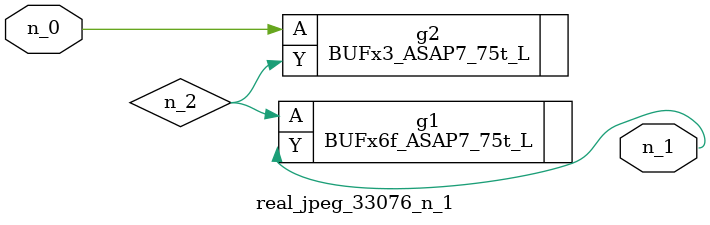
<source format=v>
module real_jpeg_33076_n_1 (n_0, n_1);

input n_0;

output n_1;

wire n_2;

BUFx3_ASAP7_75t_L g2 ( 
.A(n_0),
.Y(n_2)
);

BUFx6f_ASAP7_75t_L g1 ( 
.A(n_2),
.Y(n_1)
);


endmodule
</source>
